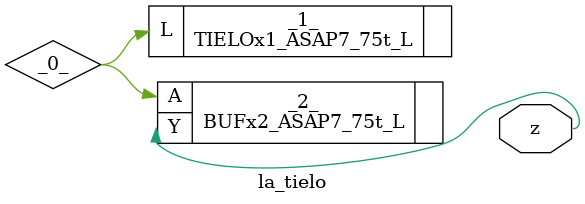
<source format=v>
/* Generated by Yosys 0.37 (git sha1 a5c7f69ed, clang 14.0.0-1ubuntu1.1 -fPIC -Os) */

module la_tielo(z);
  wire _0_;
  output z;
  wire z;
  TIELOx1_ASAP7_75t_L _1_ (
    .L(_0_)
  );
  BUFx2_ASAP7_75t_L _2_ (
    .A(_0_),
    .Y(z)
  );
endmodule

</source>
